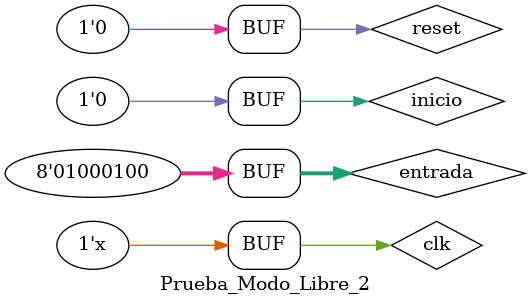
<source format=v>
`timescale 1ns / 1ps


module Prueba_Modo_Libre_2;

	// Inputs
	reg clk;
	reg inicio;
	reg reset;
	reg [7:0] entrada;

	// Outputs
	wire [2:0] notaSalida;
	wire contar;

	// Instantiate the Unit Under Test (UUT)
	FSM_Modo_Libre uut (
		.clk(clk), 
		.inicio(inicio), 
		.reset(reset), 
		.entrada(entrada), 
		.notaSalida(notaSalida), 
		.contar(contar)
	);

	initial begin
		// Initialize Inputs
		clk = 0;
		inicio = 0;
		reset = 0;
		entrada = 0;

		// Wait 100 ns for global reset to finish
		#100;
		inicio = 1;
		reset = 0;
		entrada = 0;
		
		#100;
		inicio = 0;
		reset = 0;
		entrada = 0;
		
		#100;
		inicio = 0;
		reset = 0;
		entrada = 65;
		
		#100;
		inicio = 0;
		reset = 0;
		entrada = 66;
		
		#100;
		inicio = 0;
		reset = 0;
		entrada = 67;
		
		#100;
		inicio = 0;
		reset = 0;
		entrada = 68;
		
		
		// Add stimulus here

	end
	
	always begin #20 clk = ~clk; end
      
endmodule


</source>
